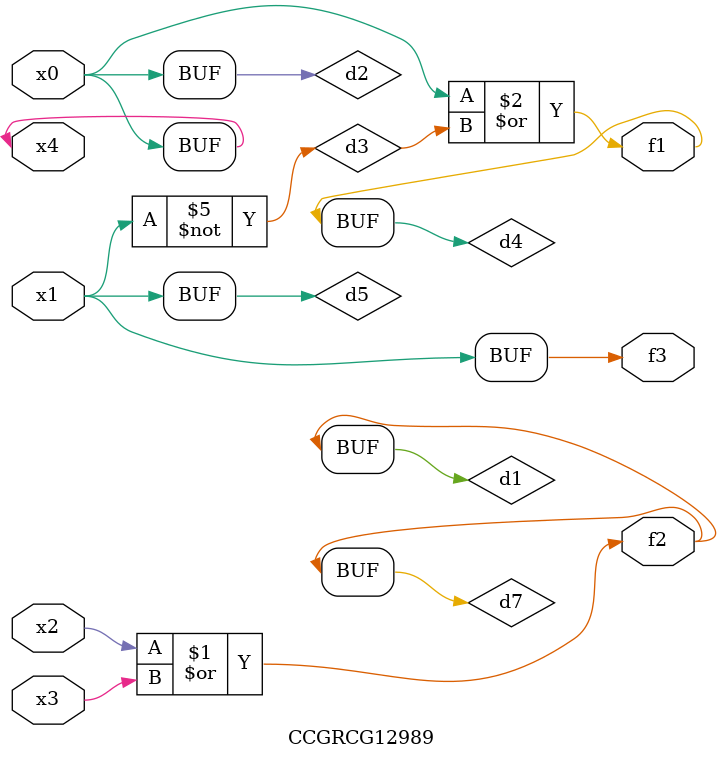
<source format=v>
module CCGRCG12989(
	input x0, x1, x2, x3, x4,
	output f1, f2, f3
);

	wire d1, d2, d3, d4, d5, d6, d7;

	or (d1, x2, x3);
	buf (d2, x0, x4);
	not (d3, x1);
	or (d4, d2, d3);
	not (d5, d3);
	nand (d6, d1, d3);
	or (d7, d1);
	assign f1 = d4;
	assign f2 = d7;
	assign f3 = d5;
endmodule

</source>
